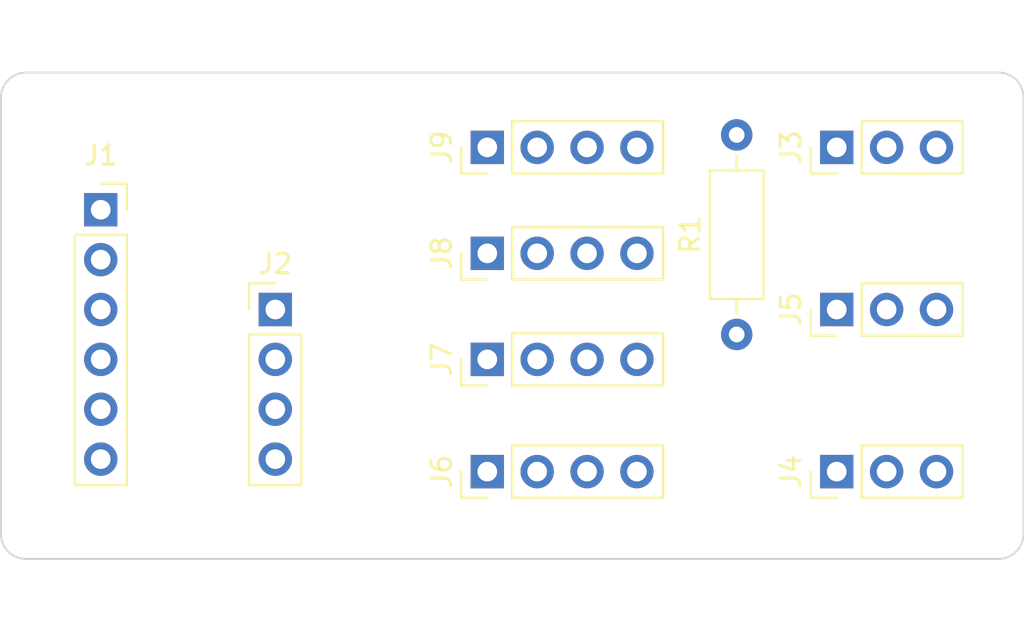
<source format=kicad_pcb>
(kicad_pcb (version 20210722) (generator pcbnew)
  (layers (0 "F.Cu" signal) (31 "B.Cu" signal) (34 "B.Paste" user) (35 "F.Paste" user) (36 "B.SilkS" user "B.Silkscreen") (37 "F.SilkS" user "F.Silkscreen") (38 "B.Mask" user) (39 "F.Mask" user) (44 "Edge.Cuts" user))
  (net 0 "")
  (net 2 "Net-(J1-Pad2)")
  (net 3 "Net-(J1-Pad3)")
  (net 4 "Net-(J1-Pad4)")
  (net 5 "Net-(J1-Pad5)")
  (net 6 "Net-(J2-Pad1)")
  (net 7 "/PWM")
  (net 8 "/+5V")
  (net 9 "GND")
  (footprint "Resistor_THT:R_Axial_DIN0207_L6.3mm_D2.5mm_P10.16mm_Horizontal" (layer "F.Cu") (at 126.365 73.66 90)
    (fp_text reference "R1" (at 5.08 -2.37 90) (layer "F.SilkS"))
    (fp_text value "4.7k")
    (fp_line (start 1.81 -1.37) (end 1.81 1.37) (layer "F.SilkS") (width 0.12))
    (fp_line (start 9.12 0) (end 8.35 0) (layer "F.SilkS") (width 0.12))
    (fp_line (start 8.35 1.37) (end 8.35 -1.37) (layer "F.SilkS") (width 0.12))
    (fp_line (start 1.81 1.37) (end 8.35 1.37) (layer "F.SilkS") (width 0.12))
    (fp_line (start 8.35 -1.37) (end 1.81 -1.37) (layer "F.SilkS") (width 0.12))
    (fp_line (start 1.04 0) (end 1.81 0) (layer "F.SilkS") (width 0.12))
    (pad "1" thru_hole circle locked (at 0 0 90) (size 1.6 1.6) (drill 0.8) (layers *.Cu *.Mask) (net 2 "Net-(J1-Pad2)"))
    (pad "2" thru_hole oval locked (at 10.16 0 90) (size 1.6 1.6) (drill 0.8) (layers *.Cu *.Mask) (net 8 "/+5V"))
  )
  (footprint "Connector_PinHeader_2.54mm:PinHeader_1x03_P2.54mm_Vertical" (layer "F.Cu") (at 131.46 80.645 90)
    (fp_text reference "J4" (at 0 -2.33 90) (layer "F.SilkS"))
    (fp_text value "sensor 2 connector")
    (fp_line (start -1.33 0) (end -1.33 -1.33) (layer "F.SilkS") (width 0.12))
    (fp_line (start 1.33 1.27) (end 1.33 6.41) (layer "F.SilkS") (width 0.12))
    (fp_line (start -1.33 1.27) (end 1.33 1.27) (layer "F.SilkS") (width 0.12))
    (fp_line (start -1.33 1.27) (end -1.33 6.41) (layer "F.SilkS") (width 0.12))
    (fp_line (start -1.33 -1.33) (end 0 -1.33) (layer "F.SilkS") (width 0.12))
    (fp_line (start -1.33 6.41) (end 1.33 6.41) (layer "F.SilkS") (width 0.12))
    (pad "1" thru_hole rect locked (at 0 0 90) (size 1.7 1.7) (drill 1) (layers *.Cu *.Mask) (net 8 "/+5V"))
    (pad "2" thru_hole oval locked (at 0 2.54 90) (size 1.7 1.7) (drill 1) (layers *.Cu *.Mask) (net 9 "GND"))
    (pad "3" thru_hole oval locked (at 0 5.08 90) (size 1.7 1.7) (drill 1) (layers *.Cu *.Mask) (net 2 "Net-(J1-Pad2)"))
  )
  (footprint "Connector_PinHeader_2.54mm:PinHeader_1x04_P2.54mm_Vertical" (layer "F.Cu") (at 113.665 64.135 90)
    (fp_text reference "J9" (at 0 -2.33 90) (layer "F.SilkS"))
    (fp_text value "Fan 4")
    (fp_line (start -1.33 0) (end -1.33 -1.33) (layer "F.SilkS") (width 0.12))
    (fp_line (start -1.33 1.27) (end -1.33 8.95) (layer "F.SilkS") (width 0.12))
    (fp_line (start -1.33 8.95) (end 1.33 8.95) (layer "F.SilkS") (width 0.12))
    (fp_line (start 1.33 1.27) (end 1.33 8.95) (layer "F.SilkS") (width 0.12))
    (fp_line (start -1.33 -1.33) (end 0 -1.33) (layer "F.SilkS") (width 0.12))
    (fp_line (start -1.33 1.27) (end 1.33 1.27) (layer "F.SilkS") (width 0.12))
    (pad "1" thru_hole rect locked (at 0 0 90) (size 1.7 1.7) (drill 1) (layers *.Cu *.Mask) (net 3 "Net-(J1-Pad3)"))
    (pad "2" thru_hole oval locked (at 0 2.54 90) (size 1.7 1.7) (drill 1) (layers *.Cu *.Mask) (net 7 "/PWM"))
    (pad "3" thru_hole oval locked (at 0 5.08 90) (size 1.7 1.7) (drill 1) (layers *.Cu *.Mask) (net 8 "/+5V"))
    (pad "4" thru_hole oval locked (at 0 7.62 90) (size 1.7 1.7) (drill 1) (layers *.Cu *.Mask) (net 9 "GND"))
  )
  (footprint "Connector_PinSocket_2.54mm:PinSocket_1x06_P2.54mm_Vertical" (layer "F.Cu") (at 93.98 67.31)
    (fp_text reference "J1" (at 0 -2.77) (layer "F.SilkS"))
    (fp_text value "M5Atom left")
    (fp_line (start -1.33 1.27) (end -1.33 14.03) (layer "F.SilkS") (width 0.12))
    (fp_line (start 1.33 -1.33) (end 1.33 0) (layer "F.SilkS") (width 0.12))
    (fp_line (start 1.33 1.27) (end 1.33 14.03) (layer "F.SilkS") (width 0.12))
    (fp_line (start -1.33 14.03) (end 1.33 14.03) (layer "F.SilkS") (width 0.12))
    (fp_line (start 0 -1.33) (end 1.33 -1.33) (layer "F.SilkS") (width 0.12))
    (fp_line (start -1.33 1.27) (end 1.33 1.27) (layer "F.SilkS") (width 0.12))
    (pad "1" thru_hole rect locked (at 0 0) (size 1.7 1.7) (drill 1) (layers *.Cu *.Mask))
    (pad "2" thru_hole oval locked (at 0 2.54) (size 1.7 1.7) (drill 1) (layers *.Cu *.Mask) (net 2 "Net-(J1-Pad2)"))
    (pad "3" thru_hole oval locked (at 0 5.08) (size 1.7 1.7) (drill 1) (layers *.Cu *.Mask) (net 3 "Net-(J1-Pad3)"))
    (pad "4" thru_hole oval locked (at 0 7.62) (size 1.7 1.7) (drill 1) (layers *.Cu *.Mask) (net 4 "Net-(J1-Pad4)"))
    (pad "5" thru_hole oval locked (at 0 10.16) (size 1.7 1.7) (drill 1) (layers *.Cu *.Mask) (net 5 "Net-(J1-Pad5)"))
    (pad "6" thru_hole oval locked (at 0 12.7) (size 1.7 1.7) (drill 1) (layers *.Cu *.Mask))
  )
  (footprint "Connector_PinHeader_2.54mm:PinHeader_1x03_P2.54mm_Vertical" (layer "F.Cu") (at 131.46 72.39 90)
    (fp_text reference "J5" (at 0 -2.33 90) (layer "F.SilkS"))
    (fp_text value "sensor 3 connector")
    (fp_line (start -1.33 -1.33) (end 0 -1.33) (layer "F.SilkS") (width 0.12))
    (fp_line (start -1.33 1.27) (end 1.33 1.27) (layer "F.SilkS") (width 0.12))
    (fp_line (start -1.33 1.27) (end -1.33 6.41) (layer "F.SilkS") (width 0.12))
    (fp_line (start -1.33 0) (end -1.33 -1.33) (layer "F.SilkS") (width 0.12))
    (fp_line (start 1.33 1.27) (end 1.33 6.41) (layer "F.SilkS") (width 0.12))
    (fp_line (start -1.33 6.41) (end 1.33 6.41) (layer "F.SilkS") (width 0.12))
    (pad "1" thru_hole rect locked (at 0 0 90) (size 1.7 1.7) (drill 1) (layers *.Cu *.Mask) (net 8 "/+5V"))
    (pad "2" thru_hole oval locked (at 0 2.54 90) (size 1.7 1.7) (drill 1) (layers *.Cu *.Mask) (net 9 "GND"))
    (pad "3" thru_hole oval locked (at 0 5.08 90) (size 1.7 1.7) (drill 1) (layers *.Cu *.Mask) (net 2 "Net-(J1-Pad2)"))
  )
  (footprint "Connector_PinHeader_2.54mm:PinHeader_1x03_P2.54mm_Vertical" (layer "F.Cu") (at 131.46 64.135 90)
    (fp_text reference "J3" (at 0 -2.33 90) (layer "F.SilkS"))
    (fp_text value "sensor 1 connector")
    (fp_line (start -1.33 1.27) (end 1.33 1.27) (layer "F.SilkS") (width 0.12))
    (fp_line (start -1.33 -1.33) (end 0 -1.33) (layer "F.SilkS") (width 0.12))
    (fp_line (start -1.33 0) (end -1.33 -1.33) (layer "F.SilkS") (width 0.12))
    (fp_line (start -1.33 6.41) (end 1.33 6.41) (layer "F.SilkS") (width 0.12))
    (fp_line (start -1.33 1.27) (end -1.33 6.41) (layer "F.SilkS") (width 0.12))
    (fp_line (start 1.33 1.27) (end 1.33 6.41) (layer "F.SilkS") (width 0.12))
    (pad "1" thru_hole rect locked (at 0 0 90) (size 1.7 1.7) (drill 1) (layers *.Cu *.Mask) (net 8 "/+5V"))
    (pad "2" thru_hole oval locked (at 0 2.54 90) (size 1.7 1.7) (drill 1) (layers *.Cu *.Mask) (net 9 "GND"))
    (pad "3" thru_hole oval locked (at 0 5.08 90) (size 1.7 1.7) (drill 1) (layers *.Cu *.Mask) (net 2 "Net-(J1-Pad2)"))
  )
  (footprint "Connector_PinHeader_2.54mm:PinHeader_1x04_P2.54mm_Vertical" (layer "F.Cu") (at 113.665 74.93 90)
    (fp_text reference "J7" (at 0 -2.33 90) (layer "F.SilkS"))
    (fp_text value "Fan 2")
    (fp_line (start -1.33 8.95) (end 1.33 8.95) (layer "F.SilkS") (width 0.12))
    (fp_line (start -1.33 1.27) (end 1.33 1.27) (layer "F.SilkS") (width 0.12))
    (fp_line (start -1.33 0) (end -1.33 -1.33) (layer "F.SilkS") (width 0.12))
    (fp_line (start -1.33 -1.33) (end 0 -1.33) (layer "F.SilkS") (width 0.12))
    (fp_line (start -1.33 1.27) (end -1.33 8.95) (layer "F.SilkS") (width 0.12))
    (fp_line (start 1.33 1.27) (end 1.33 8.95) (layer "F.SilkS") (width 0.12))
    (pad "1" thru_hole rect locked (at 0 0 90) (size 1.7 1.7) (drill 1) (layers *.Cu *.Mask) (net 5 "Net-(J1-Pad5)"))
    (pad "2" thru_hole oval locked (at 0 2.54 90) (size 1.7 1.7) (drill 1) (layers *.Cu *.Mask) (net 7 "/PWM"))
    (pad "3" thru_hole oval locked (at 0 5.08 90) (size 1.7 1.7) (drill 1) (layers *.Cu *.Mask) (net 8 "/+5V"))
    (pad "4" thru_hole oval locked (at 0 7.62 90) (size 1.7 1.7) (drill 1) (layers *.Cu *.Mask) (net 9 "GND"))
  )
  (footprint "Connector_PinHeader_2.54mm:PinHeader_1x04_P2.54mm_Vertical" (layer "F.Cu") (at 102.87 72.39)
    (fp_text reference "J2" (at 0 -2.33) (layer "F.SilkS"))
    (fp_text value "M5Atom right")
    (fp_line (start -1.33 0) (end -1.33 -1.33) (layer "F.SilkS") (width 0.12))
    (fp_line (start -1.33 1.27) (end -1.33 8.95) (layer "F.SilkS") (width 0.12))
    (fp_line (start -1.33 -1.33) (end 0 -1.33) (layer "F.SilkS") (width 0.12))
    (fp_line (start -1.33 8.95) (end 1.33 8.95) (layer "F.SilkS") (width 0.12))
    (fp_line (start 1.33 1.27) (end 1.33 8.95) (layer "F.SilkS") (width 0.12))
    (fp_line (start -1.33 1.27) (end 1.33 1.27) (layer "F.SilkS") (width 0.12))
    (pad "1" thru_hole rect locked (at 0 0) (size 1.7 1.7) (drill 1) (layers *.Cu *.Mask) (net 6 "Net-(J2-Pad1)"))
    (pad "2" thru_hole oval locked (at 0 2.54) (size 1.7 1.7) (drill 1) (layers *.Cu *.Mask) (net 7 "/PWM"))
    (pad "3" thru_hole oval locked (at 0 5.08) (size 1.7 1.7) (drill 1) (layers *.Cu *.Mask) (net 8 "/+5V"))
    (pad "4" thru_hole oval locked (at 0 7.62) (size 1.7 1.7) (drill 1) (layers *.Cu *.Mask) (net 9 "GND"))
  )
  (footprint "Connector_PinHeader_2.54mm:PinHeader_1x04_P2.54mm_Vertical" (layer "F.Cu") (at 113.665 80.645 90)
    (fp_text reference "J6" (at 0 -2.33 90) (layer "F.SilkS"))
    (fp_text value "Fan 1")
    (fp_line (start 1.33 1.27) (end 1.33 8.95) (layer "F.SilkS") (width 0.12))
    (fp_line (start -1.33 0) (end -1.33 -1.33) (layer "F.SilkS") (width 0.12))
    (fp_line (start -1.33 1.27) (end -1.33 8.95) (layer "F.SilkS") (width 0.12))
    (fp_line (start -1.33 1.27) (end 1.33 1.27) (layer "F.SilkS") (width 0.12))
    (fp_line (start -1.33 -1.33) (end 0 -1.33) (layer "F.SilkS") (width 0.12))
    (fp_line (start -1.33 8.95) (end 1.33 8.95) (layer "F.SilkS") (width 0.12))
    (pad "1" thru_hole rect locked (at 0 0 90) (size 1.7 1.7) (drill 1) (layers *.Cu *.Mask) (net 6 "Net-(J2-Pad1)"))
    (pad "2" thru_hole oval locked (at 0 2.54 90) (size 1.7 1.7) (drill 1) (layers *.Cu *.Mask) (net 7 "/PWM"))
    (pad "3" thru_hole oval locked (at 0 5.08 90) (size 1.7 1.7) (drill 1) (layers *.Cu *.Mask) (net 8 "/+5V"))
    (pad "4" thru_hole oval locked (at 0 7.62 90) (size 1.7 1.7) (drill 1) (layers *.Cu *.Mask) (net 9 "GND"))
  )
  (footprint "Connector_PinHeader_2.54mm:PinHeader_1x04_P2.54mm_Vertical" (layer "F.Cu") (at 113.665 69.53 90)
    (fp_text reference "J8" (at 0 -2.33 90) (layer "F.SilkS"))
    (fp_text value "Fan 3")
    (fp_line (start 1.33 1.27) (end 1.33 8.95) (layer "F.SilkS") (width 0.12))
    (fp_line (start -1.33 1.27) (end 1.33 1.27) (layer "F.SilkS") (width 0.12))
    (fp_line (start -1.33 8.95) (end 1.33 8.95) (layer "F.SilkS") (width 0.12))
    (fp_line (start -1.33 -1.33) (end 0 -1.33) (layer "F.SilkS") (width 0.12))
    (fp_line (start -1.33 1.27) (end -1.33 8.95) (layer "F.SilkS") (width 0.12))
    (fp_line (start -1.33 0) (end -1.33 -1.33) (layer "F.SilkS") (width 0.12))
    (pad "1" thru_hole rect locked (at 0 0 90) (size 1.7 1.7) (drill 1) (layers *.Cu *.Mask) (net 4 "Net-(J1-Pad4)"))
    (pad "2" thru_hole oval locked (at 0 2.54 90) (size 1.7 1.7) (drill 1) (layers *.Cu *.Mask) (net 7 "/PWM"))
    (pad "3" thru_hole oval locked (at 0 5.08 90) (size 1.7 1.7) (drill 1) (layers *.Cu *.Mask) (net 8 "/+5V"))
    (pad "4" thru_hole oval locked (at 0 7.62 90) (size 1.7 1.7) (drill 1) (layers *.Cu *.Mask) (net 9 "GND"))
  )
  (gr_line (start 139.7 85.09) (end 90.17 85.09) (layer "Edge.Cuts") (width 0.1))
  (gr_arc (start 90.17 61.595) (end 88.9 61.595) (angle 90) (layer "Edge.Cuts") (width 0.1))
  (gr_arc (start 139.7 61.595) (end 139.7 60.325) (angle 90) (layer "Edge.Cuts") (width 0.1))
  (gr_line (start 88.9 83.82) (end 88.9 61.595) (layer "Edge.Cuts") (width 0.1))
  (gr_line (start 140.97 61.595) (end 140.97 83.82) (layer "Edge.Cuts") (width 0.1))
  (gr_line (start 90.17 60.325) (end 139.7 60.325) (layer "Edge.Cuts") (width 0.1))
  (gr_arc (start 90.17 83.82) (end 90.17 85.09) (angle 90) (layer "Edge.Cuts") (width 0.1))
  (gr_arc (start 139.7 83.82) (end 140.97 83.82) (angle 90) (layer "Edge.Cuts") (width 0.1))
)
</source>
